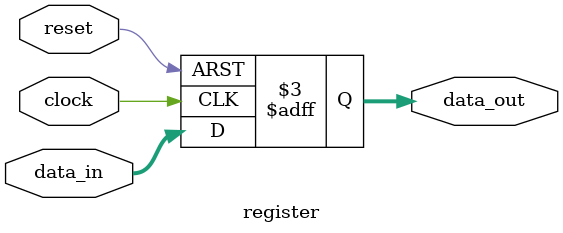
<source format=v>
module register (data_in,clock,reset,data_out);
input [3:0] data_in;
input clock, reset;
output [3:0] data_out;
reg [3:0] data_out;
always @ (posedge clock or negedge reset)
if (reset == 1'b0)
data_out <= 4'b0;
else
data_out <= data_in;
endmodule
</source>
